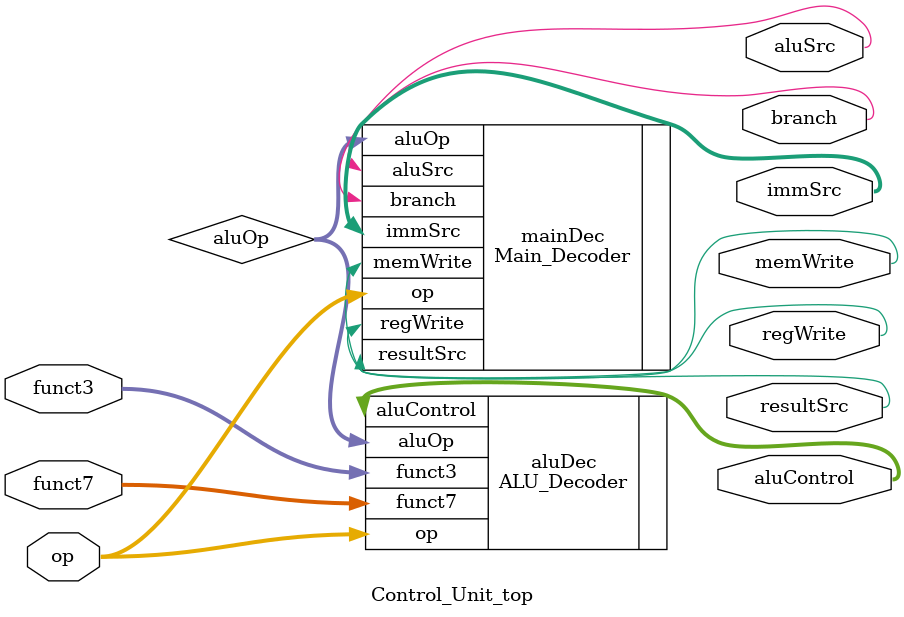
<source format=v>
module Control_Unit_top(op, regWrite, immSrc, aluSrc, memWrite, resultSrc, branch, funct3, funct7, aluControl);
    input [6:0] op, funct7;
    input [2:0] funct3;
    output regWrite, memWrite, branch, aluSrc, resultSrc;
    output [2:0] aluControl;
    output [1:0] immSrc;
    
    wire [1:0] aluOp;
    
    Main_Decoder mainDec(
        .op(op),
        .regWrite(regWrite),
        .immSrc(immSrc),
        .aluSrc(aluSrc),
        .memWrite(memWrite),
        .resultSrc(resultSrc),
        .branch(branch),
        .aluOp(aluOp)
    );
    
    ALU_Decoder aluDec(
        .aluOp(aluOp),
        .funct3(funct3),
        .funct7(funct7),
        .op(op),
        .aluControl(aluControl)
    );
endmodule

</source>
